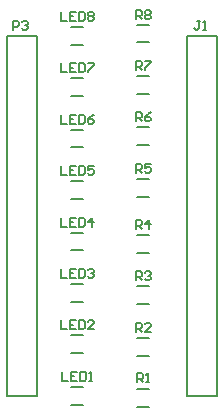
<source format=gto>
%FSLAX23Y23*%
%MOIN*%
G70*
G01*
G75*
%ADD10R,0.037X0.067*%
%ADD11C,0.010*%
%ADD12C,0.020*%
%ADD13C,0.059*%
%ADD14R,0.059X0.059*%
%ADD15C,0.008*%
%ADD16C,0.006*%
D15*
X1865Y2797D02*
X1905D01*
X1865Y2738D02*
X1905D01*
X2030Y1635D02*
Y2760D01*
Y1560D02*
Y1635D01*
Y1560D02*
X2130D01*
Y2760D01*
X2030D02*
X2130D01*
X1430Y1635D02*
Y2760D01*
Y1560D02*
Y1635D01*
Y1560D02*
X1530D01*
Y2760D01*
X1430D02*
X1530D01*
X1645Y1530D02*
X1685D01*
X1645Y1590D02*
X1685D01*
X1645Y1702D02*
X1685D01*
X1645Y1761D02*
X1685D01*
X1645Y1873D02*
X1685D01*
X1645Y1932D02*
X1685D01*
X1645Y2045D02*
X1685D01*
X1645Y2104D02*
X1685D01*
X1645Y2216D02*
X1685D01*
X1645Y2275D02*
X1685D01*
X1645Y2388D02*
X1685D01*
X1645Y2447D02*
X1685D01*
X1645Y2559D02*
X1685D01*
X1645Y2618D02*
X1685D01*
X1645Y2730D02*
X1685D01*
X1645Y2790D02*
X1685D01*
X1865Y1582D02*
X1905D01*
X1865Y1523D02*
X1905D01*
X1865Y1753D02*
X1905D01*
X1865Y1694D02*
X1905D01*
X1865Y1925D02*
X1905D01*
X1865Y1865D02*
X1905D01*
X1865Y2096D02*
X1905D01*
X1865Y2037D02*
X1905D01*
X1865Y2283D02*
X1905D01*
X1865Y2224D02*
X1905D01*
X1865Y2455D02*
X1905D01*
X1865Y2395D02*
X1905D01*
X1865Y2626D02*
X1905D01*
X1865Y2567D02*
X1905D01*
D16*
X1860Y2815D02*
Y2845D01*
X1875D01*
X1880Y2840D01*
Y2830D01*
X1875Y2825D01*
X1860D01*
X1870D02*
X1880Y2815D01*
X1890Y2840D02*
X1895Y2845D01*
X1905D01*
X1910Y2840D01*
Y2835D01*
X1905Y2830D01*
X1910Y2825D01*
Y2820D01*
X1905Y2815D01*
X1895D01*
X1890Y2820D01*
Y2825D01*
X1895Y2830D01*
X1890Y2835D01*
Y2840D01*
X1895Y2830D02*
X1905D01*
X2075Y2810D02*
X2065D01*
X2070D01*
Y2785D01*
X2065Y2780D01*
X2060D01*
X2055Y2785D01*
X2085Y2780D02*
X2095D01*
X2090D01*
Y2810D01*
X2085Y2805D01*
X1450Y2780D02*
Y2810D01*
X1465D01*
X1470Y2805D01*
Y2795D01*
X1465Y2790D01*
X1450D01*
X1480Y2805D02*
X1485Y2810D01*
X1495D01*
X1500Y2805D01*
Y2800D01*
X1495Y2795D01*
X1490D01*
X1495D01*
X1500Y2790D01*
Y2785D01*
X1495Y2780D01*
X1485D01*
X1480Y2785D01*
X1615Y1640D02*
Y1610D01*
X1635D01*
X1665Y1640D02*
X1645D01*
Y1610D01*
X1665D01*
X1645Y1625D02*
X1655D01*
X1675Y1640D02*
Y1610D01*
X1690D01*
X1695Y1615D01*
Y1635D01*
X1690Y1640D01*
X1675D01*
X1705Y1610D02*
X1715D01*
X1710D01*
Y1640D01*
X1705Y1635D01*
X1610Y1811D02*
Y1781D01*
X1630D01*
X1660Y1811D02*
X1640D01*
Y1781D01*
X1660D01*
X1640Y1796D02*
X1650D01*
X1670Y1811D02*
Y1781D01*
X1685D01*
X1690Y1786D01*
Y1806D01*
X1685Y1811D01*
X1670D01*
X1720Y1781D02*
X1700D01*
X1720Y1801D01*
Y1806D01*
X1715Y1811D01*
X1705D01*
X1700Y1806D01*
X1610Y1983D02*
Y1953D01*
X1630D01*
X1660Y1983D02*
X1640D01*
Y1953D01*
X1660D01*
X1640Y1968D02*
X1650D01*
X1670Y1983D02*
Y1953D01*
X1685D01*
X1690Y1958D01*
Y1978D01*
X1685Y1983D01*
X1670D01*
X1700Y1978D02*
X1705Y1983D01*
X1715D01*
X1720Y1978D01*
Y1973D01*
X1715Y1968D01*
X1710D01*
X1715D01*
X1720Y1963D01*
Y1958D01*
X1715Y1953D01*
X1705D01*
X1700Y1958D01*
X1610Y2154D02*
Y2124D01*
X1630D01*
X1660Y2154D02*
X1640D01*
Y2124D01*
X1660D01*
X1640Y2139D02*
X1650D01*
X1670Y2154D02*
Y2124D01*
X1685D01*
X1690Y2129D01*
Y2149D01*
X1685Y2154D01*
X1670D01*
X1715Y2124D02*
Y2154D01*
X1700Y2139D01*
X1720D01*
X1610Y2326D02*
Y2296D01*
X1630D01*
X1660Y2326D02*
X1640D01*
Y2296D01*
X1660D01*
X1640Y2311D02*
X1650D01*
X1670Y2326D02*
Y2296D01*
X1685D01*
X1690Y2301D01*
Y2321D01*
X1685Y2326D01*
X1670D01*
X1720D02*
X1700D01*
Y2311D01*
X1710Y2316D01*
X1715D01*
X1720Y2311D01*
Y2301D01*
X1715Y2296D01*
X1705D01*
X1700Y2301D01*
X1610Y2497D02*
Y2467D01*
X1630D01*
X1660Y2497D02*
X1640D01*
Y2467D01*
X1660D01*
X1640Y2482D02*
X1650D01*
X1670Y2497D02*
Y2467D01*
X1685D01*
X1690Y2472D01*
Y2492D01*
X1685Y2497D01*
X1670D01*
X1720D02*
X1710Y2492D01*
X1700Y2482D01*
Y2472D01*
X1705Y2467D01*
X1715D01*
X1720Y2472D01*
Y2477D01*
X1715Y2482D01*
X1700D01*
X1610Y2669D02*
Y2639D01*
X1630D01*
X1660Y2669D02*
X1640D01*
Y2639D01*
X1660D01*
X1640Y2654D02*
X1650D01*
X1670Y2669D02*
Y2639D01*
X1685D01*
X1690Y2644D01*
Y2664D01*
X1685Y2669D01*
X1670D01*
X1700D02*
X1720D01*
Y2664D01*
X1700Y2644D01*
Y2639D01*
X1610Y2840D02*
Y2810D01*
X1630D01*
X1660Y2840D02*
X1640D01*
Y2810D01*
X1660D01*
X1640Y2825D02*
X1650D01*
X1670Y2840D02*
Y2810D01*
X1685D01*
X1690Y2815D01*
Y2835D01*
X1685Y2840D01*
X1670D01*
X1700Y2835D02*
X1705Y2840D01*
X1715D01*
X1720Y2835D01*
Y2830D01*
X1715Y2825D01*
X1720Y2820D01*
Y2815D01*
X1715Y2810D01*
X1705D01*
X1700Y2815D01*
Y2820D01*
X1705Y2825D01*
X1700Y2830D01*
Y2835D01*
X1705Y2825D02*
X1715D01*
X1865Y1605D02*
Y1635D01*
X1880D01*
X1885Y1630D01*
Y1620D01*
X1880Y1615D01*
X1865D01*
X1875D02*
X1885Y1605D01*
X1895D02*
X1905D01*
X1900D01*
Y1635D01*
X1895Y1630D01*
X1860Y1774D02*
Y1804D01*
X1875D01*
X1880Y1799D01*
Y1789D01*
X1875Y1784D01*
X1860D01*
X1870D02*
X1880Y1774D01*
X1910D02*
X1890D01*
X1910Y1794D01*
Y1799D01*
X1905Y1804D01*
X1895D01*
X1890Y1799D01*
X1860Y1945D02*
Y1975D01*
X1875D01*
X1880Y1970D01*
Y1960D01*
X1875Y1955D01*
X1860D01*
X1870D02*
X1880Y1945D01*
X1890Y1970D02*
X1895Y1975D01*
X1905D01*
X1910Y1970D01*
Y1965D01*
X1905Y1960D01*
X1900D01*
X1905D01*
X1910Y1955D01*
Y1950D01*
X1905Y1945D01*
X1895D01*
X1890Y1950D01*
X1860Y2116D02*
Y2146D01*
X1875D01*
X1880Y2141D01*
Y2131D01*
X1875Y2126D01*
X1860D01*
X1870D02*
X1880Y2116D01*
X1905D02*
Y2146D01*
X1890Y2131D01*
X1910D01*
X1860Y2304D02*
Y2334D01*
X1875D01*
X1880Y2329D01*
Y2319D01*
X1875Y2314D01*
X1860D01*
X1870D02*
X1880Y2304D01*
X1910Y2334D02*
X1890D01*
Y2319D01*
X1900Y2324D01*
X1905D01*
X1910Y2319D01*
Y2309D01*
X1905Y2304D01*
X1895D01*
X1890Y2309D01*
X1860Y2475D02*
Y2505D01*
X1875D01*
X1880Y2500D01*
Y2490D01*
X1875Y2485D01*
X1860D01*
X1870D02*
X1880Y2475D01*
X1910Y2505D02*
X1900Y2500D01*
X1890Y2490D01*
Y2480D01*
X1895Y2475D01*
X1905D01*
X1910Y2480D01*
Y2485D01*
X1905Y2490D01*
X1890D01*
X1860Y2646D02*
Y2676D01*
X1875D01*
X1880Y2671D01*
Y2661D01*
X1875Y2656D01*
X1860D01*
X1870D02*
X1880Y2646D01*
X1890Y2676D02*
X1910D01*
Y2671D01*
X1890Y2651D01*
Y2646D01*
M02*

</source>
